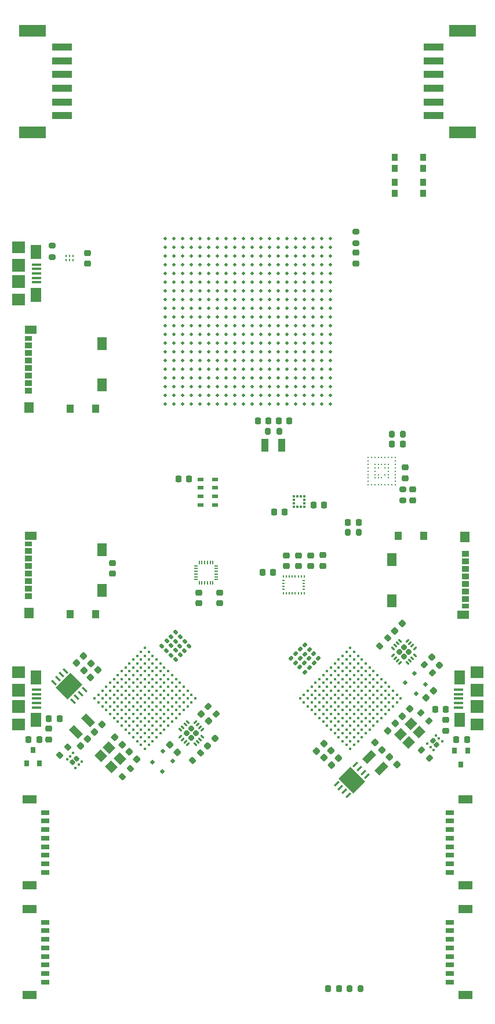
<source format=gbr>
%TF.GenerationSoftware,KiCad,Pcbnew,6.0.2*%
%TF.CreationDate,2022-02-16T12:43:48-06:00*%
%TF.ProjectId,FCB,4643422e-6b69-4636-9164-5f7063625858,A*%
%TF.SameCoordinates,Original*%
%TF.FileFunction,Paste,Top*%
%TF.FilePolarity,Positive*%
%FSLAX46Y46*%
G04 Gerber Fmt 4.6, Leading zero omitted, Abs format (unit mm)*
G04 Created by KiCad (PCBNEW 6.0.2) date 2022-02-16 12:43:48*
%MOMM*%
%LPD*%
G01*
G04 APERTURE LIST*
G04 Aperture macros list*
%AMRoundRect*
0 Rectangle with rounded corners*
0 $1 Rounding radius*
0 $2 $3 $4 $5 $6 $7 $8 $9 X,Y pos of 4 corners*
0 Add a 4 corners polygon primitive as box body*
4,1,4,$2,$3,$4,$5,$6,$7,$8,$9,$2,$3,0*
0 Add four circle primitives for the rounded corners*
1,1,$1+$1,$2,$3*
1,1,$1+$1,$4,$5*
1,1,$1+$1,$6,$7*
1,1,$1+$1,$8,$9*
0 Add four rect primitives between the rounded corners*
20,1,$1+$1,$2,$3,$4,$5,0*
20,1,$1+$1,$4,$5,$6,$7,0*
20,1,$1+$1,$6,$7,$8,$9,0*
20,1,$1+$1,$8,$9,$2,$3,0*%
%AMRotRect*
0 Rectangle, with rotation*
0 The origin of the aperture is its center*
0 $1 length*
0 $2 width*
0 $3 Rotation angle, in degrees counterclockwise*
0 Add horizontal line*
21,1,$1,$2,0,0,$3*%
G04 Aperture macros list end*
%ADD10R,2.150000X1.300000*%
%ADD11R,1.200000X0.800000*%
%ADD12R,0.900000X1.000000*%
%ADD13RoundRect,0.250000X0.000000X0.000000X0.000000X0.000000X0.000000X0.000000X0.000000X0.000000X0*%
%ADD14RoundRect,0.250000X0.000000X0.000000X0.000000X0.000000X0.000000X0.000000X0.000000X0.000000X0*%
%ADD15RoundRect,0.147500X-0.017678X0.226274X-0.226274X0.017678X0.017678X-0.226274X0.226274X-0.017678X0*%
%ADD16RoundRect,0.135000X-0.226274X-0.035355X-0.035355X-0.226274X0.226274X0.035355X0.035355X0.226274X0*%
%ADD17RoundRect,0.135000X-0.035355X0.226274X-0.226274X0.035355X0.035355X-0.226274X0.226274X-0.035355X0*%
%ADD18RoundRect,0.147500X-0.226274X-0.017678X-0.017678X-0.226274X0.226274X0.017678X0.017678X0.226274X0*%
%ADD19R,1.100000X0.850000*%
%ADD20R,1.100000X0.750000*%
%ADD21R,1.800000X1.170000*%
%ADD22R,1.350000X1.900000*%
%ADD23R,1.000000X1.200000*%
%ADD24R,1.350000X1.550000*%
%ADD25RotRect,0.500000X0.500000X225.000000*%
%ADD26RoundRect,0.200000X-0.200000X-0.275000X0.200000X-0.275000X0.200000X0.275000X-0.200000X0.275000X0*%
%ADD27RoundRect,0.218750X-0.218750X-0.256250X0.218750X-0.256250X0.218750X0.256250X-0.218750X0.256250X0*%
%ADD28RoundRect,0.200000X0.335876X0.053033X0.053033X0.335876X-0.335876X-0.053033X-0.053033X-0.335876X0*%
%ADD29RoundRect,0.200000X-0.053033X0.335876X-0.335876X0.053033X0.053033X-0.335876X0.335876X-0.053033X0*%
%ADD30RoundRect,0.218750X0.026517X-0.335876X0.335876X-0.026517X-0.026517X0.335876X-0.335876X0.026517X0*%
%ADD31RoundRect,0.225000X-0.250000X0.225000X-0.250000X-0.225000X0.250000X-0.225000X0.250000X0.225000X0*%
%ADD32RoundRect,0.225000X-0.335876X-0.017678X-0.017678X-0.335876X0.335876X0.017678X0.017678X0.335876X0*%
%ADD33RoundRect,0.225000X0.250000X-0.225000X0.250000X0.225000X-0.250000X0.225000X-0.250000X-0.225000X0*%
%ADD34RoundRect,0.225000X-0.225000X-0.250000X0.225000X-0.250000X0.225000X0.250000X-0.225000X0.250000X0*%
%ADD35RoundRect,0.225000X0.225000X0.250000X-0.225000X0.250000X-0.225000X-0.250000X0.225000X-0.250000X0*%
%ADD36RoundRect,0.062500X0.150260X0.238649X-0.238649X-0.150260X-0.150260X-0.238649X0.238649X0.150260X0*%
%ADD37RoundRect,0.062500X-0.150260X0.238649X-0.238649X0.150260X0.150260X-0.238649X0.238649X-0.150260X0*%
%ADD38RoundRect,0.192500X0.000000X0.272236X-0.272236X0.000000X0.000000X-0.272236X0.272236X0.000000X0*%
%ADD39RoundRect,0.200000X0.053033X-0.335876X0.335876X-0.053033X-0.053033X0.335876X-0.335876X0.053033X0*%
%ADD40RoundRect,0.218750X0.256250X-0.218750X0.256250X0.218750X-0.256250X0.218750X-0.256250X-0.218750X0*%
%ADD41RotRect,1.000000X1.800000X45.000000*%
%ADD42RoundRect,0.225000X0.335876X0.017678X0.017678X0.335876X-0.335876X-0.017678X-0.017678X-0.335876X0*%
%ADD43RotRect,1.400000X1.200000X315.000000*%
%ADD44RotRect,0.500000X0.500000X135.000000*%
%ADD45R,3.000000X1.000000*%
%ADD46R,4.000000X1.800000*%
%ADD47RotRect,1.000000X1.800000X135.000000*%
%ADD48RotRect,1.400000X1.200000X45.000000*%
%ADD49R,1.100000X1.900000*%
%ADD50RoundRect,0.093750X0.141421X0.008839X0.008839X0.141421X-0.141421X-0.008839X-0.008839X-0.141421X0*%
%ADD51RoundRect,0.160000X0.286378X-0.060104X-0.060104X0.286378X-0.286378X0.060104X0.060104X-0.286378X0*%
%ADD52RotRect,2.400000X3.100000X315.000000*%
%ADD53RotRect,0.350000X0.850000X45.000000*%
%ADD54C,0.400000*%
%ADD55RoundRect,0.093750X-0.008839X0.141421X-0.141421X0.008839X0.008839X-0.141421X0.141421X-0.008839X0*%
%ADD56RoundRect,0.160000X0.060104X0.286378X-0.286378X-0.060104X-0.060104X-0.286378X0.286378X0.060104X0*%
%ADD57RotRect,2.400000X3.100000X45.000000*%
%ADD58RotRect,0.350000X0.850000X135.000000*%
%ADD59RoundRect,0.062500X-0.238649X0.150260X0.150260X-0.238649X0.238649X-0.150260X-0.150260X0.238649X0*%
%ADD60RoundRect,0.062500X-0.238649X-0.150260X-0.150260X-0.238649X0.238649X0.150260X0.150260X0.238649X0*%
%ADD61RoundRect,0.192500X-0.272236X0.000000X0.000000X-0.272236X0.272236X0.000000X0.000000X0.272236X0*%
%ADD62RoundRect,0.050000X-0.225000X-0.050000X0.225000X-0.050000X0.225000X0.050000X-0.225000X0.050000X0*%
%ADD63RoundRect,0.050000X0.050000X-0.225000X0.050000X0.225000X-0.050000X0.225000X-0.050000X-0.225000X0*%
%ADD64RoundRect,0.200000X0.275000X-0.200000X0.275000X0.200000X-0.275000X0.200000X-0.275000X-0.200000X0*%
%ADD65RoundRect,0.200000X0.200000X0.275000X-0.200000X0.275000X-0.200000X-0.275000X0.200000X-0.275000X0*%
%ADD66RoundRect,0.200000X-0.275000X0.200000X-0.275000X-0.200000X0.275000X-0.200000X0.275000X0.200000X0*%
%ADD67R,0.800000X0.900000*%
%ADD68RoundRect,0.218750X0.218750X0.256250X-0.218750X0.256250X-0.218750X-0.256250X0.218750X-0.256250X0*%
%ADD69R,1.900000X1.900000*%
%ADD70R,1.900000X1.800000*%
%ADD71R,1.600000X2.100000*%
%ADD72R,1.350000X0.400000*%
%ADD73R,0.200000X0.350000*%
%ADD74R,0.200000X0.300000*%
%ADD75RoundRect,0.218750X-0.256250X0.218750X-0.256250X-0.218750X0.256250X-0.218750X0.256250X0.218750X0*%
%ADD76RoundRect,0.218750X0.335876X0.026517X0.026517X0.335876X-0.335876X-0.026517X-0.026517X-0.335876X0*%
%ADD77RoundRect,0.225000X0.017678X-0.335876X0.335876X-0.017678X-0.017678X0.335876X-0.335876X0.017678X0*%
%ADD78RoundRect,0.225000X-0.017678X0.335876X-0.335876X0.017678X0.017678X-0.335876X0.335876X-0.017678X0*%
%ADD79C,0.270000*%
%ADD80R,0.950000X0.550000*%
%ADD81R,0.375000X0.350000*%
%ADD82R,0.350000X0.375000*%
%ADD83R,0.230000X0.350000*%
%ADD84R,0.350000X0.230000*%
G04 APERTURE END LIST*
D10*
%TO.C,J104*%
X236745000Y-202275000D03*
X236745000Y-189725000D03*
D11*
X234450000Y-191625000D03*
X234450000Y-192875000D03*
X234450000Y-194125000D03*
X234450000Y-195375000D03*
X234450000Y-196625000D03*
X234450000Y-197875000D03*
X234450000Y-199125000D03*
X234450000Y-200375000D03*
%TD*%
D10*
%TO.C,J103*%
X236745000Y-218275000D03*
X236745000Y-205725000D03*
D11*
X234450000Y-207625000D03*
X234450000Y-208875000D03*
X234450000Y-210125000D03*
X234450000Y-211375000D03*
X234450000Y-212625000D03*
X234450000Y-213875000D03*
X234450000Y-215125000D03*
X234450000Y-216375000D03*
%TD*%
D10*
%TO.C,J102*%
X173055000Y-205725000D03*
X173055000Y-218275000D03*
D11*
X175350000Y-216375000D03*
X175350000Y-215125000D03*
X175350000Y-213875000D03*
X175350000Y-212625000D03*
X175350000Y-211375000D03*
X175350000Y-210125000D03*
X175350000Y-208875000D03*
X175350000Y-207625000D03*
%TD*%
D10*
%TO.C,J101*%
X173055000Y-189725000D03*
X173055000Y-202275000D03*
D11*
X175350000Y-200375000D03*
X175350000Y-199125000D03*
X175350000Y-197875000D03*
X175350000Y-196625000D03*
X175350000Y-195375000D03*
X175350000Y-194125000D03*
X175350000Y-192875000D03*
X175350000Y-191625000D03*
%TD*%
D12*
%TO.C,SW502*%
X226430000Y-99720000D03*
X226430000Y-101320000D03*
X230530000Y-99720000D03*
X230530000Y-101320000D03*
%TD*%
%TO.C,SW501*%
X230530000Y-97650000D03*
X230530000Y-96050000D03*
X226430000Y-97650000D03*
X226430000Y-96050000D03*
%TD*%
D13*
%TO.C,U401*%
X204290000Y-119365000D03*
X204290000Y-120635000D03*
X205560000Y-120635000D03*
X205560000Y-119365000D03*
X205560000Y-118095000D03*
X205560000Y-121905000D03*
X205560000Y-116825000D03*
X205560000Y-123175000D03*
X205560000Y-115555000D03*
X205560000Y-124445000D03*
X205560000Y-114285000D03*
X205560000Y-125715000D03*
X205560000Y-113015000D03*
X205560000Y-126985000D03*
D14*
X205560000Y-111745000D03*
D13*
X205560000Y-128255000D03*
D14*
X205560000Y-110475000D03*
D13*
X205560000Y-129525000D03*
D14*
X205560000Y-109205000D03*
D13*
X205560000Y-130795000D03*
D14*
X205560000Y-107935000D03*
D13*
X205560000Y-132065000D03*
X204290000Y-132065000D03*
X204290000Y-130795000D03*
X204290000Y-129525000D03*
X204290000Y-128255000D03*
X204290000Y-126985000D03*
X204290000Y-125715000D03*
X204290000Y-124445000D03*
X204290000Y-123175000D03*
X204290000Y-121905000D03*
X204290000Y-118095000D03*
X204290000Y-116825000D03*
X204290000Y-115555000D03*
X204290000Y-114285000D03*
X204290000Y-113015000D03*
D14*
X204290000Y-111745000D03*
X204290000Y-110475000D03*
X204290000Y-109205000D03*
X204290000Y-107935000D03*
D13*
X206830000Y-119365000D03*
X203020000Y-119365000D03*
X208100000Y-119365000D03*
X201750000Y-119365000D03*
X209370000Y-119365000D03*
X200480000Y-119365000D03*
X210640000Y-119365000D03*
X199210000Y-119365000D03*
X211910000Y-119365000D03*
X197940000Y-119365000D03*
X213180000Y-119365000D03*
X196670000Y-119365000D03*
X195400000Y-119365000D03*
X214450000Y-119365000D03*
X194130000Y-119365000D03*
X215720000Y-119365000D03*
X216990000Y-119365000D03*
X192860000Y-119365000D03*
X216990000Y-120635000D03*
X215720000Y-120635000D03*
X214450000Y-120635000D03*
X213180000Y-120635000D03*
X211910000Y-120635000D03*
X210640000Y-120635000D03*
X209370000Y-120635000D03*
X208100000Y-120635000D03*
X206830000Y-120635000D03*
X203020000Y-120635000D03*
X201750000Y-120635000D03*
X200480000Y-120635000D03*
X199210000Y-120635000D03*
X197940000Y-120635000D03*
X196670000Y-120635000D03*
X195400000Y-120635000D03*
X194130000Y-120635000D03*
X192860000Y-120635000D03*
X192860000Y-121905000D03*
X194130000Y-121905000D03*
X195400000Y-121905000D03*
X196670000Y-121905000D03*
X197940000Y-121905000D03*
X199210000Y-121905000D03*
X200480000Y-121905000D03*
X201750000Y-121905000D03*
X203020000Y-121905000D03*
X206830000Y-121905000D03*
X208100000Y-121905000D03*
X209370000Y-121905000D03*
X210640000Y-121905000D03*
X211910000Y-121905000D03*
X213180000Y-121905000D03*
X214450000Y-121905000D03*
X215720000Y-121905000D03*
X216990000Y-121905000D03*
X216990000Y-118095000D03*
X215720000Y-118095000D03*
X214450000Y-118095000D03*
X213180000Y-118095000D03*
X211910000Y-118095000D03*
X210640000Y-118095000D03*
X209370000Y-118095000D03*
X208100000Y-118095000D03*
X206830000Y-118095000D03*
X203020000Y-118095000D03*
X201750000Y-118095000D03*
X200480000Y-118095000D03*
X199210000Y-118095000D03*
X197940000Y-118095000D03*
X196670000Y-118095000D03*
X195400000Y-118095000D03*
X194130000Y-118095000D03*
X192860000Y-118095000D03*
X192860000Y-116825000D03*
X194130000Y-116825000D03*
X195400000Y-116825000D03*
X196670000Y-116825000D03*
X197940000Y-116825000D03*
X199210000Y-116825000D03*
X200480000Y-116825000D03*
X201750000Y-116825000D03*
X203020000Y-116825000D03*
X206830000Y-116825000D03*
X208100000Y-116825000D03*
X209370000Y-116825000D03*
X210640000Y-116825000D03*
X211910000Y-116825000D03*
X213180000Y-116825000D03*
X214450000Y-116825000D03*
X215720000Y-116825000D03*
X216990000Y-116825000D03*
X216990000Y-123175000D03*
X215720000Y-123175000D03*
X214450000Y-123175000D03*
X213180000Y-123175000D03*
X211910000Y-123175000D03*
X210640000Y-123175000D03*
X209370000Y-123175000D03*
X208100000Y-123175000D03*
X206830000Y-123175000D03*
X203020000Y-123175000D03*
X201750000Y-123175000D03*
X200480000Y-123175000D03*
X199210000Y-123175000D03*
X197940000Y-123175000D03*
X196670000Y-123175000D03*
X195400000Y-123175000D03*
X194130000Y-123175000D03*
X192860000Y-123175000D03*
X192860000Y-124445000D03*
X194130000Y-124445000D03*
X195400000Y-124445000D03*
X196670000Y-124445000D03*
X197940000Y-124445000D03*
X199210000Y-124445000D03*
X200480000Y-124445000D03*
X201750000Y-124445000D03*
X203020000Y-124445000D03*
X206830000Y-124445000D03*
X208100000Y-124445000D03*
X209370000Y-124445000D03*
X210640000Y-124445000D03*
X211910000Y-124445000D03*
X213180000Y-124445000D03*
X214450000Y-124445000D03*
X215720000Y-124445000D03*
X216990000Y-124445000D03*
X216990000Y-125715000D03*
X215720000Y-125715000D03*
X214450000Y-125715000D03*
X213180000Y-125715000D03*
X211910000Y-125715000D03*
X210640000Y-125715000D03*
X209370000Y-125715000D03*
X208100000Y-125715000D03*
X206830000Y-125715000D03*
X203020000Y-125715000D03*
X201750000Y-125715000D03*
X200480000Y-125715000D03*
X199210000Y-125715000D03*
X197940000Y-125715000D03*
X196670000Y-125715000D03*
X195400000Y-125715000D03*
X194130000Y-125715000D03*
X192860000Y-125715000D03*
X192860000Y-126985000D03*
X194130000Y-126985000D03*
X195400000Y-126985000D03*
X196670000Y-126985000D03*
X197940000Y-126985000D03*
X199210000Y-126985000D03*
X200480000Y-126985000D03*
X201750000Y-126985000D03*
X203020000Y-126985000D03*
X206830000Y-126985000D03*
X208100000Y-126985000D03*
X209370000Y-126985000D03*
X210640000Y-126985000D03*
X211910000Y-126985000D03*
X213180000Y-126985000D03*
X214450000Y-126985000D03*
X215720000Y-126985000D03*
X216990000Y-126985000D03*
X216990000Y-128255000D03*
X215720000Y-128255000D03*
X214450000Y-128255000D03*
X213180000Y-128255000D03*
X211910000Y-128255000D03*
X210640000Y-128255000D03*
X209370000Y-128255000D03*
X208100000Y-128255000D03*
X206830000Y-128255000D03*
X203020000Y-128255000D03*
X201750000Y-128255000D03*
X200480000Y-128255000D03*
X199210000Y-128255000D03*
X197940000Y-128255000D03*
X196670000Y-128255000D03*
X195400000Y-128255000D03*
X194130000Y-128255000D03*
X192860000Y-128255000D03*
X192860000Y-129525000D03*
X194130000Y-129525000D03*
X195400000Y-129525000D03*
X196670000Y-129525000D03*
X197940000Y-129525000D03*
X199210000Y-129525000D03*
X200480000Y-129525000D03*
X201750000Y-129525000D03*
X203020000Y-129525000D03*
X206830000Y-129525000D03*
X208100000Y-129525000D03*
X209370000Y-129525000D03*
X210640000Y-129525000D03*
X211910000Y-129525000D03*
X213180000Y-129525000D03*
X214450000Y-129525000D03*
X215720000Y-129525000D03*
X216990000Y-129525000D03*
X216990000Y-130795000D03*
X215720000Y-130795000D03*
X214450000Y-130795000D03*
X213180000Y-130795000D03*
X211910000Y-130795000D03*
X210640000Y-130795000D03*
X209370000Y-130795000D03*
X208100000Y-130795000D03*
X206830000Y-130795000D03*
X206830000Y-132065000D03*
X208100000Y-132065000D03*
X209370000Y-132065000D03*
X210640000Y-132065000D03*
X211910000Y-132065000D03*
X213180000Y-132065000D03*
X214450000Y-132065000D03*
X215720000Y-132065000D03*
X216990000Y-132065000D03*
X203020000Y-130795000D03*
X201750000Y-130795000D03*
X200480000Y-130795000D03*
X199210000Y-130795000D03*
X197940000Y-130795000D03*
X196670000Y-130795000D03*
X195400000Y-130795000D03*
X194130000Y-130795000D03*
X192860000Y-130795000D03*
X192860000Y-132065000D03*
X194130000Y-132065000D03*
X195400000Y-132065000D03*
X196670000Y-132065000D03*
X197940000Y-132065000D03*
X199210000Y-132065000D03*
X200480000Y-132065000D03*
X201750000Y-132065000D03*
X203020000Y-132065000D03*
X206830000Y-115555000D03*
X206830000Y-114285000D03*
X206830000Y-113015000D03*
D14*
X206830000Y-111745000D03*
X206830000Y-110475000D03*
X206830000Y-109205000D03*
X206830000Y-107935000D03*
X203020000Y-107935000D03*
X203020000Y-109205000D03*
X203020000Y-110475000D03*
X203020000Y-111745000D03*
D13*
X203020000Y-113015000D03*
X203020000Y-114285000D03*
X203020000Y-115555000D03*
D14*
X201750000Y-107935000D03*
X201750000Y-109205000D03*
X201750000Y-110475000D03*
X201750000Y-111745000D03*
D13*
X201750000Y-113015000D03*
X201750000Y-114285000D03*
X201750000Y-115555000D03*
D14*
X200480000Y-107935000D03*
X200480000Y-109205000D03*
X200480000Y-110475000D03*
X200480000Y-111745000D03*
D13*
X200480000Y-113015000D03*
X200480000Y-114285000D03*
X200480000Y-115555000D03*
D14*
X199210000Y-107935000D03*
X199210000Y-109205000D03*
X199210000Y-110475000D03*
X199210000Y-111745000D03*
D13*
X199210000Y-113015000D03*
X199210000Y-114285000D03*
X199210000Y-115555000D03*
D14*
X197940000Y-107935000D03*
X197940000Y-109205000D03*
X197940000Y-110475000D03*
X197940000Y-111745000D03*
D13*
X197940000Y-113015000D03*
X197940000Y-114285000D03*
X197940000Y-115555000D03*
X196670000Y-115555000D03*
X196670000Y-114285000D03*
X196670000Y-113015000D03*
D14*
X196670000Y-111745000D03*
X196670000Y-110475000D03*
X196670000Y-109205000D03*
X196670000Y-107935000D03*
X195400000Y-107935000D03*
X195400000Y-109205000D03*
X195400000Y-110475000D03*
X195400000Y-111745000D03*
D13*
X195400000Y-113015000D03*
X195400000Y-114285000D03*
X195400000Y-115555000D03*
X194130000Y-115555000D03*
X192860000Y-115555000D03*
X192860000Y-114285000D03*
X194130000Y-114285000D03*
X194130000Y-113015000D03*
X192860000Y-113015000D03*
D14*
X192860000Y-111745000D03*
X194130000Y-111745000D03*
X194130000Y-110475000D03*
X192860000Y-110475000D03*
X192860000Y-109205000D03*
X194130000Y-109205000D03*
X194130000Y-107935000D03*
D13*
X192860000Y-107935000D03*
D14*
X208100000Y-107935000D03*
X208100000Y-109205000D03*
X208100000Y-110475000D03*
X208100000Y-111745000D03*
D13*
X208100000Y-113015000D03*
X208100000Y-114285000D03*
X208100000Y-115555000D03*
X209370000Y-115555000D03*
X209370000Y-114285000D03*
X209370000Y-113015000D03*
D14*
X209370000Y-111745000D03*
X209370000Y-110475000D03*
X209370000Y-109205000D03*
X209370000Y-107935000D03*
X210640000Y-107935000D03*
X210640000Y-109205000D03*
X210640000Y-110475000D03*
X210640000Y-111745000D03*
D13*
X210640000Y-113015000D03*
X210640000Y-114285000D03*
X210640000Y-115555000D03*
X211910000Y-115555000D03*
X211910000Y-114285000D03*
X211910000Y-113015000D03*
D14*
X211910000Y-111745000D03*
X211910000Y-110475000D03*
X211910000Y-109205000D03*
X211910000Y-107935000D03*
X213180000Y-107935000D03*
X213180000Y-109205000D03*
X213180000Y-110475000D03*
X213180000Y-111745000D03*
D13*
X213180000Y-113015000D03*
X213180000Y-114285000D03*
X213180000Y-115555000D03*
X214450000Y-115555000D03*
X214450000Y-114285000D03*
X214450000Y-113015000D03*
D14*
X214450000Y-111745000D03*
X214450000Y-110475000D03*
X214450000Y-109205000D03*
X214450000Y-107935000D03*
X215720000Y-107935000D03*
X215720000Y-109205000D03*
X215720000Y-110475000D03*
X215720000Y-111745000D03*
D13*
X215720000Y-113015000D03*
X215720000Y-114285000D03*
X215720000Y-115555000D03*
X216990000Y-115555000D03*
X216990000Y-114285000D03*
X216990000Y-113015000D03*
D14*
X216990000Y-111745000D03*
X216990000Y-110475000D03*
X216990000Y-109205000D03*
X216990000Y-107935000D03*
%TD*%
D15*
%TO.C,D104*%
X195040052Y-167353227D03*
X195725946Y-166667333D03*
%TD*%
D16*
%TO.C,R115*%
X213940956Y-170505098D03*
X213219708Y-169783850D03*
%TD*%
D17*
%TO.C,R114*%
X193041837Y-168020803D03*
X193763085Y-167299555D03*
%TD*%
D16*
%TO.C,R113*%
X215271595Y-169174459D03*
X214550347Y-168453211D03*
%TD*%
%TO.C,R112*%
X214606275Y-169839779D03*
X213885027Y-169118531D03*
%TD*%
%TO.C,R111*%
X213278588Y-171167466D03*
X212557340Y-170446218D03*
%TD*%
D17*
%TO.C,R110*%
X194372476Y-169351442D03*
X195093724Y-168630194D03*
%TD*%
%TO.C,R109*%
X193707156Y-168686123D03*
X194428404Y-167964875D03*
%TD*%
%TO.C,R108*%
X192376517Y-167355484D03*
X193097765Y-166634236D03*
%TD*%
D18*
%TO.C,D110*%
X212611854Y-169175997D03*
X211925960Y-168490103D03*
%TD*%
D15*
%TO.C,D109*%
X194374732Y-166687908D03*
X195060626Y-166002014D03*
%TD*%
D18*
%TO.C,D108*%
X213938699Y-167841563D03*
X213252805Y-167155669D03*
%TD*%
%TO.C,D107*%
X213273380Y-168506883D03*
X212587486Y-167820989D03*
%TD*%
%TO.C,D106*%
X211949486Y-169838365D03*
X211263592Y-169152471D03*
%TD*%
D15*
%TO.C,D105*%
X195705371Y-168018547D03*
X196391265Y-167332653D03*
%TD*%
%TO.C,D103*%
X193709413Y-166022588D03*
X194395307Y-165336694D03*
%TD*%
D19*
%TO.C,J302*%
X236780000Y-153895000D03*
X236780000Y-154995000D03*
X236780000Y-156095000D03*
X236780000Y-157195000D03*
X236780000Y-158295000D03*
X236780000Y-159395000D03*
X236780000Y-160495000D03*
D20*
X236780000Y-161545000D03*
D21*
X236430000Y-162755000D03*
D22*
X225955000Y-160730000D03*
X225955000Y-154760000D03*
D23*
X226930000Y-151260000D03*
X230630000Y-151260000D03*
D24*
X236655000Y-151435000D03*
%TD*%
D25*
%TO.C,D501*%
X192442183Y-185687817D03*
X193997817Y-184132183D03*
%TD*%
D19*
%TO.C,J5000*%
X172870000Y-130105000D03*
X172870000Y-129005000D03*
X172870000Y-127905000D03*
X172870000Y-126805000D03*
X172870000Y-125705000D03*
X172870000Y-124605000D03*
X172870000Y-123505000D03*
D20*
X172870000Y-122455000D03*
D21*
X173220000Y-121245000D03*
D22*
X183695000Y-123270000D03*
X183695000Y-129240000D03*
D23*
X182720000Y-132740000D03*
X179020000Y-132740000D03*
D24*
X172995000Y-132565000D03*
%TD*%
D26*
%TO.C,R102*%
X221425000Y-217350000D03*
X219775000Y-217350000D03*
%TD*%
D27*
%TO.C,D101*%
X218287500Y-217350000D03*
X216712500Y-217350000D03*
%TD*%
D19*
%TO.C,J502*%
X172870000Y-160105000D03*
X172870000Y-159005000D03*
X172870000Y-157905000D03*
X172870000Y-156805000D03*
X172870000Y-155705000D03*
X172870000Y-154605000D03*
X172870000Y-153505000D03*
D20*
X172870000Y-152455000D03*
D21*
X173220000Y-151245000D03*
D22*
X183695000Y-153270000D03*
X183695000Y-159240000D03*
D23*
X182720000Y-162740000D03*
X179020000Y-162740000D03*
D24*
X172995000Y-162565000D03*
%TD*%
D28*
%TO.C,R506*%
X199141637Y-176141637D03*
X200308363Y-177308363D03*
%TD*%
D29*
%TO.C,R502*%
X198058363Y-182916637D03*
X196891637Y-184083363D03*
%TD*%
D30*
%TO.C,D504*%
X200156847Y-180818153D03*
X199043153Y-181931847D03*
%TD*%
D31*
%TO.C,C521*%
X185200000Y-156795000D03*
X185200000Y-155245000D03*
%TD*%
D32*
%TO.C,C518*%
X194668008Y-182868008D03*
X193571992Y-181771992D03*
%TD*%
D33*
%TO.C,C110*%
X197760000Y-159545000D03*
X197760000Y-161095000D03*
%TD*%
%TO.C,C109*%
X200850000Y-159545000D03*
X200850000Y-161095000D03*
%TD*%
D34*
%TO.C,C108*%
X196375000Y-142950000D03*
X194825000Y-142950000D03*
%TD*%
D35*
%TO.C,C107*%
X214535000Y-146800000D03*
X216085000Y-146800000D03*
%TD*%
D34*
%TO.C,C106*%
X210325000Y-147790000D03*
X208775000Y-147790000D03*
%TD*%
D33*
%TO.C,C105*%
X214150000Y-154115000D03*
X214150000Y-155665000D03*
%TD*%
%TO.C,C104*%
X212370000Y-154115000D03*
X212370000Y-155665000D03*
%TD*%
D35*
%TO.C,C103*%
X207075000Y-156600000D03*
X208625000Y-156600000D03*
%TD*%
D36*
%TO.C,U502*%
X198309829Y-179530831D03*
X197956276Y-179177278D03*
X197602722Y-178823724D03*
X197249169Y-178470171D03*
D37*
X196170831Y-178470171D03*
X195817278Y-178823724D03*
X195463724Y-179177278D03*
X195110171Y-179530831D03*
D36*
X195110171Y-180609169D03*
X195463724Y-180962722D03*
X195817278Y-181316276D03*
X196170831Y-181669829D03*
D37*
X197249169Y-181669829D03*
X197602722Y-181316276D03*
X197956276Y-180962722D03*
X198309829Y-180609169D03*
D38*
X197381751Y-180070000D03*
X196710000Y-179398249D03*
X196710000Y-180741751D03*
X196038249Y-180070000D03*
%TD*%
D39*
%TO.C,R507*%
X178643363Y-182126637D03*
X177476637Y-183293363D03*
%TD*%
D34*
%TO.C,C527*%
X177445000Y-177960000D03*
X175895000Y-177960000D03*
%TD*%
D40*
%TO.C,F501*%
X175900000Y-179382500D03*
X175900000Y-180957500D03*
%TD*%
D41*
%TO.C,Y502*%
X179826117Y-179933883D03*
X181593883Y-178166117D03*
%TD*%
D42*
%TO.C,C519*%
X179891992Y-169831992D03*
X180988008Y-170928008D03*
%TD*%
D39*
%TO.C,R505*%
X187763363Y-185236637D03*
X186596637Y-186403363D03*
%TD*%
D32*
%TO.C,C502*%
X188718008Y-183848008D03*
X187621992Y-182751992D03*
%TD*%
D42*
%TO.C,C501*%
X185531992Y-180661992D03*
X186628008Y-181758008D03*
%TD*%
D43*
%TO.C,Y501*%
X184693223Y-182191142D03*
X186248858Y-183746777D03*
X185046777Y-184948858D03*
X183491142Y-183393223D03*
%TD*%
D25*
%TO.C,D502*%
X192577817Y-182702183D03*
X191022183Y-184257817D03*
%TD*%
D44*
%TO.C,D302*%
X229322183Y-171372183D03*
X230877817Y-172927817D03*
%TD*%
%TO.C,D301*%
X227962183Y-172732183D03*
X229517817Y-174287817D03*
%TD*%
D45*
%TO.C,J106*%
X232050000Y-90000000D03*
X232050000Y-88000000D03*
X232050000Y-86000000D03*
X232050000Y-84000000D03*
D46*
X236350000Y-92400000D03*
X236350000Y-77600000D03*
D45*
X232050000Y-82000000D03*
X232050000Y-80000000D03*
%TD*%
%TO.C,J105*%
X177800000Y-80000000D03*
X177800000Y-82000000D03*
X177800000Y-84000000D03*
X177800000Y-86000000D03*
D46*
X173500000Y-77600000D03*
X173500000Y-92400000D03*
D45*
X177800000Y-88000000D03*
X177800000Y-90000000D03*
%TD*%
D47*
%TO.C,Y302*%
X224473883Y-185263883D03*
X222706117Y-183496117D03*
%TD*%
D48*
%TO.C,Y301*%
X227241142Y-180256777D03*
X228796777Y-178701142D03*
X229998858Y-179903223D03*
X228443223Y-181458858D03*
%TD*%
D49*
%TO.C,Y201*%
X209930000Y-138030000D03*
X207430000Y-138030000D03*
%TD*%
D50*
%TO.C,U505*%
X179797938Y-185127177D03*
X180257557Y-184667557D03*
X180717177Y-184207938D03*
X179462062Y-182952823D03*
X179002443Y-183412443D03*
X178542823Y-183872062D03*
D51*
X179347157Y-184322843D03*
X179912843Y-183757157D03*
%TD*%
D52*
%TO.C,U503*%
X178850000Y-173190000D03*
D53*
X181077386Y-173720330D03*
X180511701Y-174286016D03*
X179946016Y-174851701D03*
X179380330Y-175417386D03*
X176622614Y-172659670D03*
X177188299Y-172093984D03*
X177753984Y-171528299D03*
X178319670Y-170962614D03*
%TD*%
D54*
%TO.C,U501*%
X189925000Y-182353911D03*
X190490685Y-181788225D03*
X191056371Y-181222540D03*
X191622056Y-180656854D03*
X192187742Y-180091169D03*
X192753427Y-179525483D03*
X193319113Y-178959798D03*
X193884798Y-178394113D03*
X194450483Y-177828427D03*
X195016169Y-177262742D03*
X195581854Y-176697056D03*
X196147540Y-176131371D03*
X196713225Y-175565685D03*
X197278911Y-175000000D03*
X189359315Y-181788225D03*
X189925000Y-181222540D03*
X190490685Y-180656854D03*
X191056371Y-180091169D03*
X191622056Y-179525483D03*
X192187742Y-178959798D03*
X192753427Y-178394113D03*
X193319113Y-177828427D03*
X193884798Y-177262742D03*
X194450483Y-176697056D03*
X195016169Y-176131371D03*
X195581854Y-175565685D03*
X196147540Y-175000000D03*
X196713225Y-174434315D03*
X188793629Y-181222540D03*
X189359315Y-180656854D03*
X189925000Y-180091169D03*
X190490685Y-179525483D03*
X191056371Y-178959798D03*
X191622056Y-178394113D03*
X192187742Y-177828427D03*
X192753427Y-177262742D03*
X193319113Y-176697056D03*
X193884798Y-176131371D03*
X194450483Y-175565685D03*
X195016169Y-175000000D03*
X195581854Y-174434315D03*
X196147540Y-173868629D03*
X188227944Y-180656854D03*
X188793629Y-180091169D03*
X189359315Y-179525483D03*
X189925000Y-178959798D03*
X190490685Y-178394113D03*
X191056371Y-177828427D03*
X191622056Y-177262742D03*
X192187742Y-176697056D03*
X192753427Y-176131371D03*
X193319113Y-175565685D03*
X193884798Y-175000000D03*
X194450483Y-174434315D03*
X195016169Y-173868629D03*
X195581854Y-173302944D03*
X187662258Y-180091169D03*
X188227944Y-179525483D03*
X188793629Y-178959798D03*
X189359315Y-178394113D03*
X189925000Y-177828427D03*
X190490685Y-177262742D03*
X191056371Y-176697056D03*
X191622056Y-176131371D03*
X192187742Y-175565685D03*
X192753427Y-175000000D03*
X193319113Y-174434315D03*
X193884798Y-173868629D03*
X194450483Y-173302944D03*
X195016169Y-172737258D03*
X187096573Y-179525483D03*
X187662258Y-178959798D03*
X188227944Y-178394113D03*
X188793629Y-177828427D03*
X189359315Y-177262742D03*
X189925000Y-176697056D03*
X190490685Y-176131371D03*
X191056371Y-175565685D03*
X191622056Y-175000000D03*
X192187742Y-174434315D03*
X192753427Y-173868629D03*
X193319113Y-173302944D03*
X193884798Y-172737258D03*
X194450483Y-172171573D03*
X186530887Y-178959798D03*
X187096573Y-178394113D03*
X187662258Y-177828427D03*
X188227944Y-177262742D03*
X188793629Y-176697056D03*
X189359315Y-176131371D03*
X189925000Y-175565685D03*
X190490685Y-175000000D03*
X191056371Y-174434315D03*
X191622056Y-173868629D03*
X192187742Y-173302944D03*
X192753427Y-172737258D03*
X193319113Y-172171573D03*
X193884798Y-171605887D03*
X185965202Y-178394113D03*
X186530887Y-177828427D03*
X187096573Y-177262742D03*
X187662258Y-176697056D03*
X188227944Y-176131371D03*
X188793629Y-175565685D03*
X189359315Y-175000000D03*
X189925000Y-174434315D03*
X190490685Y-173868629D03*
X191056371Y-173302944D03*
X191622056Y-172737258D03*
X192187742Y-172171573D03*
X192753427Y-171605887D03*
X193319113Y-171040202D03*
X185399517Y-177828427D03*
X185965202Y-177262742D03*
X186530887Y-176697056D03*
X187096573Y-176131371D03*
X187662258Y-175565685D03*
X188227944Y-175000000D03*
X188793629Y-174434315D03*
X189359315Y-173868629D03*
X189925000Y-173302944D03*
X190490685Y-172737258D03*
X191056371Y-172171573D03*
X191622056Y-171605887D03*
X192187742Y-171040202D03*
X192753427Y-170474517D03*
X184833831Y-177262742D03*
X185399517Y-176697056D03*
X185965202Y-176131371D03*
X186530887Y-175565685D03*
X187096573Y-175000000D03*
X187662258Y-174434315D03*
X188227944Y-173868629D03*
X188793629Y-173302944D03*
X189359315Y-172737258D03*
X189925000Y-172171573D03*
X190490685Y-171605887D03*
X191056371Y-171040202D03*
X191622056Y-170474517D03*
X192187742Y-169908831D03*
X184268146Y-176697056D03*
X184833831Y-176131371D03*
X185399517Y-175565685D03*
X185965202Y-175000000D03*
X186530887Y-174434315D03*
X187096573Y-173868629D03*
X187662258Y-173302944D03*
X188227944Y-172737258D03*
X188793629Y-172171573D03*
X189359315Y-171605887D03*
X189925000Y-171040202D03*
X190490685Y-170474517D03*
X191056371Y-169908831D03*
X191622056Y-169343146D03*
X183702460Y-176131371D03*
X184268146Y-175565685D03*
X184833831Y-175000000D03*
X185399517Y-174434315D03*
X185965202Y-173868629D03*
X186530887Y-173302944D03*
X187096573Y-172737258D03*
X187662258Y-172171573D03*
X188227944Y-171605887D03*
X188793629Y-171040202D03*
X189359315Y-170474517D03*
X189925000Y-169908831D03*
X190490685Y-169343146D03*
X191056371Y-168777460D03*
X183136775Y-175565685D03*
X183702460Y-175000000D03*
X184268146Y-174434315D03*
X184833831Y-173868629D03*
X185399517Y-173302944D03*
X185965202Y-172737258D03*
X186530887Y-172171573D03*
X187096573Y-171605887D03*
X187662258Y-171040202D03*
X188227944Y-170474517D03*
X188793629Y-169908831D03*
X189359315Y-169343146D03*
X189925000Y-168777460D03*
X190490685Y-168211775D03*
X182571089Y-175000000D03*
X183136775Y-174434315D03*
X183702460Y-173868629D03*
X184268146Y-173302944D03*
X184833831Y-172737258D03*
X185399517Y-172171573D03*
X185965202Y-171605887D03*
X186530887Y-171040202D03*
X187096573Y-170474517D03*
X187662258Y-169908831D03*
X188227944Y-169343146D03*
X188793629Y-168777460D03*
X189359315Y-168211775D03*
X189925000Y-167646089D03*
%TD*%
D55*
%TO.C,U305*%
X233344334Y-181289219D03*
X232884714Y-180829600D03*
X232425095Y-180369980D03*
X231169980Y-181625095D03*
X231629600Y-182084714D03*
X232089219Y-182544334D03*
D56*
X232540000Y-181740000D03*
X231974314Y-181174314D03*
%TD*%
D57*
%TO.C,U303*%
X220150000Y-186900000D03*
D58*
X220680330Y-184672614D03*
X221246016Y-185238299D03*
X221811701Y-185803984D03*
X222377386Y-186369670D03*
X219619670Y-189127386D03*
X219053984Y-188561701D03*
X218488299Y-187996016D03*
X217922614Y-187430330D03*
%TD*%
D59*
%TO.C,U302*%
X227194597Y-166606821D03*
X226841044Y-166960374D03*
X226487490Y-167313928D03*
X226133937Y-167667481D03*
D60*
X226133937Y-168745819D03*
X226487490Y-169099372D03*
X226841044Y-169452926D03*
X227194597Y-169806479D03*
D59*
X228272935Y-169806479D03*
X228626488Y-169452926D03*
X228980042Y-169099372D03*
X229333595Y-168745819D03*
D60*
X229333595Y-167667481D03*
X228980042Y-167313928D03*
X228626488Y-166960374D03*
X228272935Y-166606821D03*
D61*
X227733766Y-167534899D03*
X227062015Y-168206650D03*
X228405517Y-168206650D03*
X227733766Y-168878401D03*
%TD*%
D62*
%TO.C,U104*%
X197350000Y-155650000D03*
X197350000Y-156050000D03*
X197350000Y-156450000D03*
X197350000Y-156850000D03*
X197350000Y-157250000D03*
X197350000Y-157650000D03*
D63*
X197850000Y-158150000D03*
X198250000Y-158150000D03*
X198650000Y-158150000D03*
X199050000Y-158150000D03*
X199450000Y-158150000D03*
X199850000Y-158150000D03*
D62*
X200350000Y-157650000D03*
X200350000Y-157250000D03*
X200350000Y-156850000D03*
X200350000Y-156450000D03*
X200350000Y-156050000D03*
X200350000Y-155650000D03*
D63*
X199850000Y-155150000D03*
X199450000Y-155150000D03*
X199050000Y-155150000D03*
X198650000Y-155150000D03*
X198250000Y-155150000D03*
X197850000Y-155150000D03*
%TD*%
D64*
%TO.C,R604*%
X227600000Y-144475000D03*
X227600000Y-146125000D03*
%TD*%
D65*
%TO.C,R603*%
X225950000Y-136425000D03*
X227600000Y-136425000D03*
%TD*%
D26*
%TO.C,R601*%
X221185000Y-150800000D03*
X219535000Y-150800000D03*
%TD*%
D28*
%TO.C,R307*%
X230286637Y-182536637D03*
X231453363Y-183703363D03*
%TD*%
D29*
%TO.C,R306*%
X224216637Y-167333363D03*
X225383363Y-166166637D03*
%TD*%
D28*
%TO.C,R305*%
X230226637Y-177116637D03*
X231393363Y-178283363D03*
%TD*%
%TO.C,R302*%
X230713882Y-170050998D03*
X231880608Y-171217724D03*
%TD*%
D26*
%TO.C,R204*%
X209545000Y-136070000D03*
X207895000Y-136070000D03*
%TD*%
D66*
%TO.C,R8*%
X176350000Y-110625000D03*
X176350000Y-108975000D03*
%TD*%
D64*
%TO.C,R1*%
X220750000Y-106935000D03*
X220750000Y-108585000D03*
%TD*%
D67*
%TO.C,Q501*%
X173560000Y-182500000D03*
X174510000Y-184500000D03*
X172610000Y-184500000D03*
%TD*%
%TO.C,Q301*%
X236100000Y-184600000D03*
X235150000Y-182600000D03*
X237050000Y-182600000D03*
%TD*%
D68*
%TO.C,L502*%
X172902500Y-180960000D03*
X174477500Y-180960000D03*
%TD*%
D27*
%TO.C,L302*%
X236987500Y-181000000D03*
X235412500Y-181000000D03*
%TD*%
D69*
%TO.C,J501*%
X171425000Y-176200000D03*
X171425000Y-173800000D03*
D70*
X171425000Y-178800000D03*
X171425000Y-171200000D03*
D71*
X173975000Y-178100000D03*
X173975000Y-171900000D03*
D72*
X174100000Y-176300000D03*
X174100000Y-173700000D03*
X174100000Y-175650000D03*
X174100000Y-174350000D03*
X174100000Y-175000000D03*
%TD*%
D69*
%TO.C,J301*%
X238425000Y-173800000D03*
X238425000Y-176200000D03*
D70*
X238425000Y-171200000D03*
X238425000Y-178800000D03*
D71*
X235875000Y-171900000D03*
X235875000Y-178100000D03*
D72*
X235750000Y-173700000D03*
X235750000Y-176300000D03*
X235750000Y-174350000D03*
X235750000Y-175650000D03*
X235750000Y-175000000D03*
%TD*%
D69*
%TO.C,J7*%
X171425000Y-114200000D03*
X171425000Y-111800000D03*
D70*
X171425000Y-116800000D03*
X171425000Y-109200000D03*
D71*
X173975000Y-116100000D03*
X173975000Y-109900000D03*
D72*
X174100000Y-114300000D03*
X174100000Y-111700000D03*
X174100000Y-113650000D03*
X174100000Y-112350000D03*
X174100000Y-113000000D03*
%TD*%
D73*
%TO.C,IC1*%
X178440000Y-111025000D03*
D74*
X178940000Y-111050000D03*
X179440000Y-111050000D03*
X179440000Y-110450000D03*
X178940000Y-110450000D03*
X178440000Y-110450000D03*
%TD*%
D75*
%TO.C,FB601*%
X227900000Y-142887500D03*
X227900000Y-141312500D03*
%TD*%
D40*
%TO.C,F301*%
X233900000Y-178112500D03*
X233900000Y-179687500D03*
%TD*%
D68*
%TO.C,D602*%
X225987500Y-137900000D03*
X227562500Y-137900000D03*
%TD*%
D27*
%TO.C,D601*%
X221147500Y-149300000D03*
X219572500Y-149300000D03*
%TD*%
D76*
%TO.C,D304*%
X231815200Y-169002711D03*
X232928894Y-170116405D03*
%TD*%
D75*
%TO.C,D1*%
X220750000Y-111557500D03*
X220750000Y-109982500D03*
%TD*%
D31*
%TO.C,C602*%
X229000000Y-146075000D03*
X229000000Y-144525000D03*
%TD*%
D77*
%TO.C,C532*%
X183088008Y-170851992D03*
X181991992Y-171948008D03*
%TD*%
D42*
%TO.C,C524*%
X180921992Y-168801992D03*
X182018008Y-169898008D03*
%TD*%
%TO.C,C508*%
X199223008Y-178323008D03*
X198126992Y-177226992D03*
%TD*%
D78*
%TO.C,C504*%
X180481992Y-181968008D03*
X181578008Y-180871992D03*
%TD*%
D77*
%TO.C,C503*%
X183668008Y-178771992D03*
X182571992Y-179868008D03*
%TD*%
D78*
%TO.C,C332*%
X215011992Y-182658008D03*
X216108008Y-181561992D03*
%TD*%
D35*
%TO.C,C327*%
X232325000Y-176600000D03*
X233875000Y-176600000D03*
%TD*%
D32*
%TO.C,C324*%
X217150738Y-184727778D03*
X216054722Y-183631762D03*
%TD*%
%TO.C,C319*%
X218183114Y-183695402D03*
X217087098Y-182599386D03*
%TD*%
D77*
%TO.C,C318*%
X232048008Y-173841992D03*
X230951992Y-174938008D03*
%TD*%
%TO.C,C308*%
X227498008Y-164051992D03*
X226401992Y-165148008D03*
%TD*%
D32*
%TO.C,C304*%
X226718008Y-184628008D03*
X225621992Y-183531992D03*
%TD*%
D42*
%TO.C,C303*%
X223491992Y-181421992D03*
X224588008Y-182518008D03*
%TD*%
D77*
%TO.C,C302*%
X228606016Y-176543984D03*
X227510000Y-177640000D03*
%TD*%
D78*
%TO.C,C301*%
X225411992Y-179738008D03*
X226508008Y-178641992D03*
%TD*%
D35*
%TO.C,C204*%
X209440000Y-134550000D03*
X210990000Y-134550000D03*
%TD*%
%TO.C,C203*%
X206420000Y-134550000D03*
X207970000Y-134550000D03*
%TD*%
D33*
%TO.C,C102*%
X210600000Y-154115000D03*
X210600000Y-155665000D03*
%TD*%
D31*
%TO.C,C101*%
X215920000Y-155660000D03*
X215920000Y-154110000D03*
%TD*%
%TO.C,C3*%
X181560000Y-111595000D03*
X181560000Y-110045000D03*
%TD*%
D54*
%TO.C,U301*%
X227278911Y-175000000D03*
X226713225Y-174434315D03*
X226147540Y-173868629D03*
X225581854Y-173302944D03*
X225016169Y-172737258D03*
X224450483Y-172171573D03*
X223884798Y-171605887D03*
X223319113Y-171040202D03*
X222753427Y-170474517D03*
X222187742Y-169908831D03*
X221622056Y-169343146D03*
X221056371Y-168777460D03*
X220490685Y-168211775D03*
X219925000Y-167646089D03*
X226713225Y-175565685D03*
X226147540Y-175000000D03*
X225581854Y-174434315D03*
X225016169Y-173868629D03*
X224450483Y-173302944D03*
X223884798Y-172737258D03*
X223319113Y-172171573D03*
X222753427Y-171605887D03*
X222187742Y-171040202D03*
X221622056Y-170474517D03*
X221056371Y-169908831D03*
X220490685Y-169343146D03*
X219925000Y-168777460D03*
X219359315Y-168211775D03*
X226147540Y-176131371D03*
X225581854Y-175565685D03*
X225016169Y-175000000D03*
X224450483Y-174434315D03*
X223884798Y-173868629D03*
X223319113Y-173302944D03*
X222753427Y-172737258D03*
X222187742Y-172171573D03*
X221622056Y-171605887D03*
X221056371Y-171040202D03*
X220490685Y-170474517D03*
X219925000Y-169908831D03*
X219359315Y-169343146D03*
X218793629Y-168777460D03*
X225581854Y-176697056D03*
X225016169Y-176131371D03*
X224450483Y-175565685D03*
X223884798Y-175000000D03*
X223319113Y-174434315D03*
X222753427Y-173868629D03*
X222187742Y-173302944D03*
X221622056Y-172737258D03*
X221056371Y-172171573D03*
X220490685Y-171605887D03*
X219925000Y-171040202D03*
X219359315Y-170474517D03*
X218793629Y-169908831D03*
X218227944Y-169343146D03*
X225016169Y-177262742D03*
X224450483Y-176697056D03*
X223884798Y-176131371D03*
X223319113Y-175565685D03*
X222753427Y-175000000D03*
X222187742Y-174434315D03*
X221622056Y-173868629D03*
X221056371Y-173302944D03*
X220490685Y-172737258D03*
X219925000Y-172171573D03*
X219359315Y-171605887D03*
X218793629Y-171040202D03*
X218227944Y-170474517D03*
X217662258Y-169908831D03*
X224450483Y-177828427D03*
X223884798Y-177262742D03*
X223319113Y-176697056D03*
X222753427Y-176131371D03*
X222187742Y-175565685D03*
X221622056Y-175000000D03*
X221056371Y-174434315D03*
X220490685Y-173868629D03*
X219925000Y-173302944D03*
X219359315Y-172737258D03*
X218793629Y-172171573D03*
X218227944Y-171605887D03*
X217662258Y-171040202D03*
X217096573Y-170474517D03*
X223884798Y-178394113D03*
X223319113Y-177828427D03*
X222753427Y-177262742D03*
X222187742Y-176697056D03*
X221622056Y-176131371D03*
X221056371Y-175565685D03*
X220490685Y-175000000D03*
X219925000Y-174434315D03*
X219359315Y-173868629D03*
X218793629Y-173302944D03*
X218227944Y-172737258D03*
X217662258Y-172171573D03*
X217096573Y-171605887D03*
X216530887Y-171040202D03*
X223319113Y-178959798D03*
X222753427Y-178394113D03*
X222187742Y-177828427D03*
X221622056Y-177262742D03*
X221056371Y-176697056D03*
X220490685Y-176131371D03*
X219925000Y-175565685D03*
X219359315Y-175000000D03*
X218793629Y-174434315D03*
X218227944Y-173868629D03*
X217662258Y-173302944D03*
X217096573Y-172737258D03*
X216530887Y-172171573D03*
X215965202Y-171605887D03*
X222753427Y-179525483D03*
X222187742Y-178959798D03*
X221622056Y-178394113D03*
X221056371Y-177828427D03*
X220490685Y-177262742D03*
X219925000Y-176697056D03*
X219359315Y-176131371D03*
X218793629Y-175565685D03*
X218227944Y-175000000D03*
X217662258Y-174434315D03*
X217096573Y-173868629D03*
X216530887Y-173302944D03*
X215965202Y-172737258D03*
X215399517Y-172171573D03*
X222187742Y-180091169D03*
X221622056Y-179525483D03*
X221056371Y-178959798D03*
X220490685Y-178394113D03*
X219925000Y-177828427D03*
X219359315Y-177262742D03*
X218793629Y-176697056D03*
X218227944Y-176131371D03*
X217662258Y-175565685D03*
X217096573Y-175000000D03*
X216530887Y-174434315D03*
X215965202Y-173868629D03*
X215399517Y-173302944D03*
X214833831Y-172737258D03*
X221622056Y-180656854D03*
X221056371Y-180091169D03*
X220490685Y-179525483D03*
X219925000Y-178959798D03*
X219359315Y-178394113D03*
X218793629Y-177828427D03*
X218227944Y-177262742D03*
X217662258Y-176697056D03*
X217096573Y-176131371D03*
X216530887Y-175565685D03*
X215965202Y-175000000D03*
X215399517Y-174434315D03*
X214833831Y-173868629D03*
X214268146Y-173302944D03*
X221056371Y-181222540D03*
X220490685Y-180656854D03*
X219925000Y-180091169D03*
X219359315Y-179525483D03*
X218793629Y-178959798D03*
X218227944Y-178394113D03*
X217662258Y-177828427D03*
X217096573Y-177262742D03*
X216530887Y-176697056D03*
X215965202Y-176131371D03*
X215399517Y-175565685D03*
X214833831Y-175000000D03*
X214268146Y-174434315D03*
X213702460Y-173868629D03*
X220490685Y-181788225D03*
X219925000Y-181222540D03*
X219359315Y-180656854D03*
X218793629Y-180091169D03*
X218227944Y-179525483D03*
X217662258Y-178959798D03*
X217096573Y-178394113D03*
X216530887Y-177828427D03*
X215965202Y-177262742D03*
X215399517Y-176697056D03*
X214833831Y-176131371D03*
X214268146Y-175565685D03*
X213702460Y-175000000D03*
X213136775Y-174434315D03*
X219925000Y-182353911D03*
X219359315Y-181788225D03*
X218793629Y-181222540D03*
X218227944Y-180656854D03*
X217662258Y-180091169D03*
X217096573Y-179525483D03*
X216530887Y-178959798D03*
X215965202Y-178394113D03*
X215399517Y-177828427D03*
X214833831Y-177262742D03*
X214268146Y-176697056D03*
X213702460Y-176131371D03*
X213136775Y-175565685D03*
X212571089Y-175000000D03*
%TD*%
D79*
%TO.C,U601*%
X225000000Y-141350000D03*
X225000000Y-142350000D03*
X224500000Y-142850000D03*
X224000000Y-142850000D03*
X224000000Y-142350000D03*
X224000000Y-141350000D03*
X223500000Y-142850000D03*
X223500000Y-142350000D03*
X223500000Y-141850000D03*
X223500000Y-141350000D03*
X223500000Y-140850000D03*
X224000000Y-140850000D03*
X224500000Y-140850000D03*
X225000000Y-140850000D03*
X225500000Y-142850000D03*
X225500000Y-142350000D03*
X225500000Y-141850000D03*
X225500000Y-141350000D03*
X225500000Y-140850000D03*
X226500000Y-141350000D03*
X226500000Y-140850000D03*
X226500000Y-140350000D03*
X226500000Y-139850000D03*
X226000000Y-139850000D03*
X225500000Y-139850000D03*
X225000000Y-139850000D03*
X224500000Y-139850000D03*
X224000000Y-139850000D03*
X223500000Y-139850000D03*
X223000000Y-139850000D03*
X222500000Y-139850000D03*
X222500000Y-140350000D03*
X222500000Y-140850000D03*
X222500000Y-141350000D03*
X222500000Y-141850000D03*
X222500000Y-142350000D03*
X222500000Y-142850000D03*
X222500000Y-143350000D03*
X222500000Y-143850000D03*
X223000000Y-143850000D03*
X223500000Y-143850000D03*
X224000000Y-143850000D03*
X224500000Y-143850000D03*
X225000000Y-143850000D03*
X225500000Y-143850000D03*
X226000000Y-143850000D03*
X226500000Y-143850000D03*
X226500000Y-143350000D03*
X226500000Y-142850000D03*
X226500000Y-142350000D03*
X226500000Y-141850000D03*
%TD*%
D80*
%TO.C,U103*%
X200175000Y-146775000D03*
X200175000Y-145525000D03*
X200175000Y-144275000D03*
X200175000Y-143025000D03*
X198025000Y-145525000D03*
X198025000Y-144275000D03*
X198025000Y-143025000D03*
X198025000Y-146775000D03*
%TD*%
D81*
%TO.C,U102*%
X211687500Y-146025000D03*
X211687500Y-146525000D03*
X213212500Y-146025000D03*
X213212500Y-146525000D03*
X211687500Y-147025000D03*
X213212500Y-147025000D03*
X211687500Y-145525000D03*
X213212500Y-145525000D03*
D82*
X212200000Y-147037500D03*
X212700000Y-147037500D03*
X212700000Y-145512500D03*
X212200000Y-145512500D03*
%TD*%
D83*
%TO.C,U101*%
X213175000Y-159645000D03*
X212745000Y-159645000D03*
X212315000Y-159645000D03*
X211885000Y-159645000D03*
X211455000Y-159645000D03*
X211025000Y-159645000D03*
X210595000Y-159645000D03*
X210165000Y-159645000D03*
X213175000Y-157195000D03*
X212745000Y-157195000D03*
X212315000Y-157195000D03*
X211885000Y-157195000D03*
X211455000Y-157195000D03*
X211025000Y-157195000D03*
X210595000Y-157195000D03*
D84*
X213145000Y-159065000D03*
X210195000Y-159065000D03*
X213145000Y-158635000D03*
X210195000Y-158635000D03*
X213145000Y-158205000D03*
X210195000Y-158205000D03*
X213145000Y-157775000D03*
X210195000Y-157775000D03*
D83*
X210165000Y-157195000D03*
%TD*%
M02*

</source>
